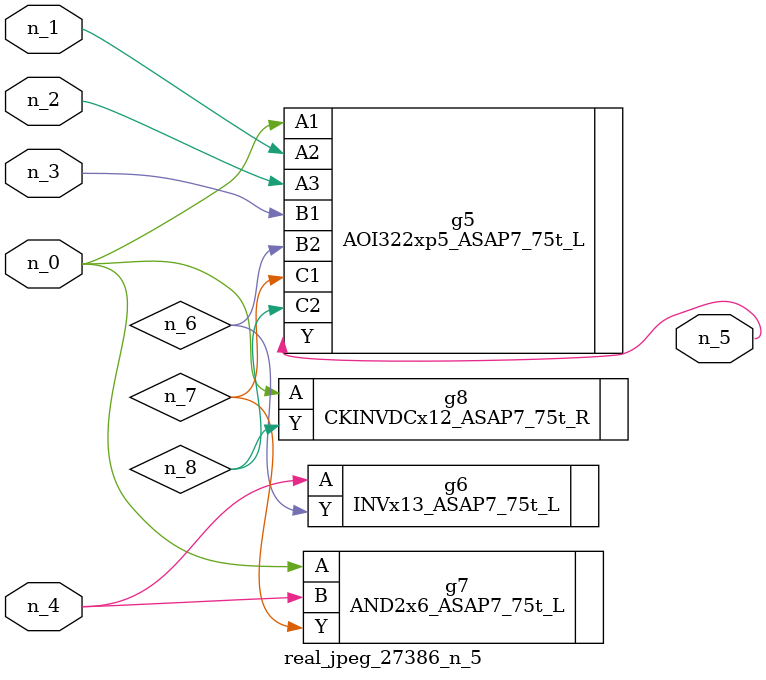
<source format=v>
module real_jpeg_27386_n_5 (n_4, n_0, n_1, n_2, n_3, n_5);

input n_4;
input n_0;
input n_1;
input n_2;
input n_3;

output n_5;

wire n_8;
wire n_6;
wire n_7;

AOI322xp5_ASAP7_75t_L g5 ( 
.A1(n_0),
.A2(n_1),
.A3(n_2),
.B1(n_3),
.B2(n_6),
.C1(n_7),
.C2(n_8),
.Y(n_5)
);

AND2x6_ASAP7_75t_L g7 ( 
.A(n_0),
.B(n_4),
.Y(n_7)
);

CKINVDCx12_ASAP7_75t_R g8 ( 
.A(n_0),
.Y(n_8)
);

INVx13_ASAP7_75t_L g6 ( 
.A(n_4),
.Y(n_6)
);


endmodule
</source>
